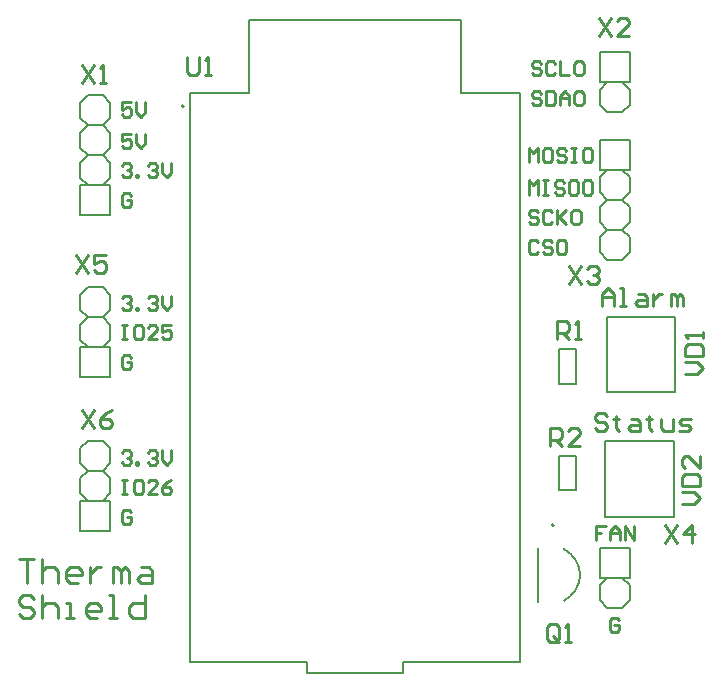
<source format=gbr>
G04*
G04 #@! TF.GenerationSoftware,Altium Limited,Altium Designer,22.4.2 (48)*
G04*
G04 Layer_Color=65535*
%FSLAX44Y44*%
%MOMM*%
G71*
G04*
G04 #@! TF.SameCoordinates,401EAB3C-69B4-4000-897E-A26D65C5C49B*
G04*
G04*
G04 #@! TF.FilePolarity,Positive*
G04*
G01*
G75*
%ADD10C,0.2000*%
%ADD11C,0.1270*%
%ADD12C,0.1520*%
%ADD13C,0.1524*%
%ADD14C,0.2540*%
D10*
X155300Y499700D02*
G03*
X155300Y499700I-1000J0D01*
G01*
X468360Y144760D02*
G03*
X468360Y144760I-1000J0D01*
G01*
X67300Y490090D02*
X73650Y483740D01*
X67300Y490090D02*
Y502790D01*
X73650Y509140D01*
X86350D01*
X92700Y502790D01*
Y490090D02*
Y502790D01*
X86350Y483740D02*
X92700Y490090D01*
X67300Y464690D02*
X73650Y458340D01*
X67300Y464690D02*
Y477390D01*
X73650Y483740D01*
X86350D01*
X92700Y477390D01*
Y464690D02*
Y477390D01*
X86350Y458340D02*
X92700Y464690D01*
Y407540D02*
Y432940D01*
X86350D02*
X92700Y439290D01*
Y451990D01*
X86350Y458340D02*
X92700Y451990D01*
X73650Y458340D02*
X86350D01*
X67300Y451990D02*
X73650Y458340D01*
X67300Y439290D02*
Y451990D01*
Y439290D02*
X73650Y432940D01*
X67300Y407540D02*
X92700D01*
X67300Y432940D02*
X92700D01*
X67300Y407540D02*
Y432940D01*
Y270240D02*
Y295640D01*
X92700D01*
X67300Y270240D02*
X92700D01*
X67300Y301990D02*
X73650Y295640D01*
X67300Y301990D02*
Y314690D01*
X73650Y321040D01*
X86350D01*
X92700Y314690D01*
Y301990D02*
Y314690D01*
X86350Y295640D02*
X92700Y301990D01*
Y270240D02*
Y295640D01*
X86350Y321040D02*
X92700Y327390D01*
Y340090D01*
X86350Y346440D02*
X92700Y340090D01*
X73650Y346440D02*
X86350D01*
X67300Y340090D02*
X73650Y346440D01*
X67300Y327390D02*
Y340090D01*
Y327390D02*
X73650Y321040D01*
X67300Y140240D02*
Y165640D01*
X92700D01*
X67300Y140240D02*
X92700D01*
X67300Y171990D02*
X73650Y165640D01*
X67300Y171990D02*
Y184690D01*
X73650Y191040D01*
X86350D01*
X92700Y184690D01*
Y171990D02*
Y184690D01*
X86350Y165640D02*
X92700Y171990D01*
Y140240D02*
Y165640D01*
X86350Y191040D02*
X92700Y197390D01*
Y210090D01*
X86350Y216440D02*
X92700Y210090D01*
X73650Y216440D02*
X86350D01*
X67300Y210090D02*
X73650Y216440D01*
X67300Y197390D02*
Y210090D01*
Y197390D02*
X73650Y191040D01*
X513000Y257560D02*
Y321560D01*
Y257560D02*
X571000D01*
Y321560D01*
X513000D02*
X571000D01*
X512000Y216150D02*
X570000D01*
Y152150D02*
Y216150D01*
X512000Y152150D02*
X570000D01*
X512000D02*
Y216150D01*
X507300Y520000D02*
Y545400D01*
Y513650D02*
X513650Y520000D01*
X507300Y500950D02*
Y513650D01*
Y500950D02*
X513650Y494600D01*
X526350D01*
X532700Y500950D01*
Y513650D01*
X526350Y520000D02*
X532700Y513650D01*
X507300Y545400D02*
X532700D01*
X507300Y520000D02*
X532700D01*
Y545400D01*
X526350Y394970D02*
X532700Y388620D01*
Y375920D02*
Y388620D01*
X526350Y369570D02*
X532700Y375920D01*
X513650Y369570D02*
X526350D01*
X507300Y375920D02*
X513650Y369570D01*
X507300Y375920D02*
Y388620D01*
X513650Y394970D01*
X526350Y420370D02*
X532700Y414020D01*
Y401320D02*
Y414020D01*
X526350Y394970D02*
X532700Y401320D01*
X513650Y394970D02*
X526350D01*
X507300Y401320D02*
X513650Y394970D01*
X507300Y401320D02*
Y414020D01*
X513650Y420370D01*
X507300Y445770D02*
Y471170D01*
Y439420D02*
X513650Y445770D01*
X507300Y426720D02*
Y439420D01*
Y426720D02*
X513650Y420370D01*
X526350D01*
X532700Y426720D01*
Y439420D01*
X526350Y445770D02*
X532700Y439420D01*
X507300Y471170D02*
X532700D01*
X507300Y445770D02*
X532700D01*
Y471170D01*
X507300Y100330D02*
Y125730D01*
Y93980D02*
X513650Y100330D01*
X507300Y81280D02*
Y93980D01*
Y81280D02*
X513650Y74930D01*
X526350D01*
X532700Y81280D01*
Y93980D01*
X526350Y100330D02*
X532700Y93980D01*
X507300Y125730D02*
X532700D01*
X507300Y100330D02*
X532700D01*
Y125730D01*
D11*
X490668Y102656D02*
G03*
X476850Y124770I-26061J-910D01*
G01*
Y80970D02*
G03*
X490668Y103084I-12242J23024D01*
G01*
X160500Y29000D02*
Y511000D01*
X439500Y29000D02*
Y511000D01*
X390000D02*
X439500D01*
X160500D02*
X210000D01*
Y573000D01*
X390000D01*
Y511000D02*
Y573000D01*
X160500Y29000D02*
X259300D01*
Y20000D02*
Y29000D01*
Y20000D02*
X340600D01*
Y29000D01*
X439500D01*
X454660Y79870D02*
Y125870D01*
D12*
X487458Y281278D02*
Y293967D01*
X472615D02*
X487458D01*
X472542Y293894D02*
X472615Y293967D01*
X472542Y264776D02*
Y277449D01*
Y264776D02*
X487458D01*
Y277523D01*
X472542Y174663D02*
Y187353D01*
Y174663D02*
X487385D01*
X487458Y174736D01*
Y191181D02*
Y203854D01*
X472542D02*
X487458D01*
X472542Y191108D02*
Y203854D01*
D13*
Y281204D02*
Y293894D01*
Y277449D02*
Y281204D01*
X487458Y277523D02*
Y281278D01*
Y174736D02*
Y187426D01*
Y191181D01*
X472542Y187353D02*
Y191108D01*
D14*
X15240Y116122D02*
X28569D01*
X21904D01*
Y96128D01*
X35234Y116122D02*
Y96128D01*
Y106125D01*
X38566Y109457D01*
X45230D01*
X48563Y106125D01*
Y96128D01*
X65224D02*
X58559D01*
X55227Y99460D01*
Y106125D01*
X58559Y109457D01*
X65224D01*
X68556Y106125D01*
Y102793D01*
X55227D01*
X75221Y109457D02*
Y96128D01*
Y102793D01*
X78553Y106125D01*
X81885Y109457D01*
X85218D01*
X95214Y96128D02*
Y109457D01*
X98546D01*
X101879Y106125D01*
Y96128D01*
Y106125D01*
X105211Y109457D01*
X108543Y106125D01*
Y96128D01*
X118540Y109457D02*
X125205D01*
X128537Y106125D01*
Y96128D01*
X118540D01*
X115208Y99460D01*
X118540Y102793D01*
X128537D01*
X28569Y82701D02*
X25237Y86034D01*
X18572D01*
X15240Y82701D01*
Y79369D01*
X18572Y76037D01*
X25237D01*
X28569Y72705D01*
Y69372D01*
X25237Y66040D01*
X18572D01*
X15240Y69372D01*
X35234Y86034D02*
Y66040D01*
Y76037D01*
X38566Y79369D01*
X45230D01*
X48563Y76037D01*
Y66040D01*
X55227D02*
X61892D01*
X58559D01*
Y79369D01*
X55227D01*
X81885Y66040D02*
X75221D01*
X71888Y69372D01*
Y76037D01*
X75221Y79369D01*
X81885D01*
X85217Y76037D01*
Y72705D01*
X71888D01*
X91882Y66040D02*
X98546D01*
X95214D01*
Y86034D01*
X91882D01*
X121872D02*
Y66040D01*
X111875D01*
X108543Y69372D01*
Y76037D01*
X111875Y79369D01*
X121872D01*
X457577Y535777D02*
X455578Y537776D01*
X451579D01*
X449580Y535777D01*
Y533777D01*
X451579Y531778D01*
X455578D01*
X457577Y529779D01*
Y527779D01*
X455578Y525780D01*
X451579D01*
X449580Y527779D01*
X469574Y535777D02*
X467574Y537776D01*
X463576D01*
X461576Y535777D01*
Y527779D01*
X463576Y525780D01*
X467574D01*
X469574Y527779D01*
X473572Y537776D02*
Y525780D01*
X481570D01*
X485568Y535777D02*
X487568Y537776D01*
X491566D01*
X493566Y535777D01*
Y527779D01*
X491566Y525780D01*
X487568D01*
X485568Y527779D01*
Y535777D01*
X523617Y64607D02*
X521618Y66606D01*
X517619D01*
X515620Y64607D01*
Y56609D01*
X517619Y54610D01*
X521618D01*
X523617Y56609D01*
Y60608D01*
X519619D01*
X512187Y144076D02*
X504190D01*
Y138078D01*
X508189D01*
X504190D01*
Y132080D01*
X516186D02*
Y140077D01*
X520185Y144076D01*
X524184Y140077D01*
Y132080D01*
Y138078D01*
X516186D01*
X528182Y132080D02*
Y144076D01*
X536180Y132080D01*
Y144076D01*
X457577Y510377D02*
X455578Y512376D01*
X451579D01*
X449580Y510377D01*
Y508377D01*
X451579Y506378D01*
X455578D01*
X457577Y504379D01*
Y502379D01*
X455578Y500380D01*
X451579D01*
X449580Y502379D01*
X461576Y512376D02*
Y500380D01*
X467574D01*
X469574Y502379D01*
Y510377D01*
X467574Y512376D01*
X461576D01*
X473572Y500380D02*
Y508377D01*
X477571Y512376D01*
X481570Y508377D01*
Y500380D01*
Y506378D01*
X473572D01*
X485568Y510377D02*
X487568Y512376D01*
X491566D01*
X493566Y510377D01*
Y502379D01*
X491566Y500380D01*
X487568D01*
X485568Y502379D01*
Y510377D01*
X455037Y384647D02*
X453038Y386646D01*
X449039D01*
X447040Y384647D01*
Y376649D01*
X449039Y374650D01*
X453038D01*
X455037Y376649D01*
X467034Y384647D02*
X465034Y386646D01*
X461035D01*
X459036Y384647D01*
Y382647D01*
X461035Y380648D01*
X465034D01*
X467034Y378649D01*
Y376649D01*
X465034Y374650D01*
X461035D01*
X459036Y376649D01*
X471032Y384647D02*
X473032Y386646D01*
X477030D01*
X479030Y384647D01*
Y376649D01*
X477030Y374650D01*
X473032D01*
X471032Y376649D01*
Y384647D01*
X455037Y410047D02*
X453038Y412046D01*
X449039D01*
X447040Y410047D01*
Y408047D01*
X449039Y406048D01*
X453038D01*
X455037Y404049D01*
Y402049D01*
X453038Y400050D01*
X449039D01*
X447040Y402049D01*
X467034Y410047D02*
X465034Y412046D01*
X461035D01*
X459036Y410047D01*
Y402049D01*
X461035Y400050D01*
X465034D01*
X467034Y402049D01*
X471032Y412046D02*
Y400050D01*
Y404049D01*
X479030Y412046D01*
X473032Y406048D01*
X479030Y400050D01*
X483028Y410047D02*
X485028Y412046D01*
X489026D01*
X491026Y410047D01*
Y402049D01*
X489026Y400050D01*
X485028D01*
X483028Y402049D01*
Y410047D01*
X447040Y424880D02*
Y436876D01*
X451039Y432877D01*
X455037Y436876D01*
Y424880D01*
X459036Y436876D02*
X463035D01*
X461035D01*
Y424880D01*
X459036D01*
X463035D01*
X477030Y434877D02*
X475031Y436876D01*
X471032D01*
X469033Y434877D01*
Y432877D01*
X471032Y430878D01*
X475031D01*
X477030Y428879D01*
Y426879D01*
X475031Y424880D01*
X471032D01*
X469033Y426879D01*
X487027Y436876D02*
X483028D01*
X481029Y434877D01*
Y426879D01*
X483028Y424880D01*
X487027D01*
X489026Y426879D01*
Y434877D01*
X487027Y436876D01*
X493025Y434877D02*
X495024Y436876D01*
X499023D01*
X501022Y434877D01*
Y426879D01*
X499023Y424880D01*
X495024D01*
X493025Y426879D01*
Y434877D01*
X447040Y452120D02*
Y464116D01*
X451039Y460117D01*
X455037Y464116D01*
Y452120D01*
X465034Y464116D02*
X461035D01*
X459036Y462117D01*
Y454119D01*
X461035Y452120D01*
X465034D01*
X467034Y454119D01*
Y462117D01*
X465034Y464116D01*
X479030Y462117D02*
X477030Y464116D01*
X473032D01*
X471032Y462117D01*
Y460117D01*
X473032Y458118D01*
X477030D01*
X479030Y456119D01*
Y454119D01*
X477030Y452120D01*
X473032D01*
X471032Y454119D01*
X483028Y464116D02*
X487027D01*
X485028D01*
Y452120D01*
X483028D01*
X487027D01*
X493025Y462117D02*
X495024Y464116D01*
X499023D01*
X501022Y462117D01*
Y454119D01*
X499023Y452120D01*
X495024D01*
X493025Y454119D01*
Y462117D01*
X110537Y502916D02*
X102540D01*
Y496918D01*
X106539Y498917D01*
X108538D01*
X110537Y496918D01*
Y492919D01*
X108538Y490920D01*
X104539D01*
X102540Y492919D01*
X114536Y502916D02*
Y494919D01*
X118535Y490920D01*
X122534Y494919D01*
Y502916D01*
X110537Y476246D02*
X102540D01*
Y470248D01*
X106539Y472247D01*
X108538D01*
X110537Y470248D01*
Y466249D01*
X108538Y464250D01*
X104539D01*
X102540Y466249D01*
X114536Y476246D02*
Y468249D01*
X118535Y464250D01*
X122534Y468249D01*
Y476246D01*
X102540Y449417D02*
X104539Y451416D01*
X108538D01*
X110537Y449417D01*
Y447417D01*
X108538Y445418D01*
X106539D01*
X108538D01*
X110537Y443419D01*
Y441419D01*
X108538Y439420D01*
X104539D01*
X102540Y441419D01*
X114536Y439420D02*
Y441419D01*
X116536D01*
Y439420D01*
X114536D01*
X124533Y449417D02*
X126532Y451416D01*
X130531D01*
X132530Y449417D01*
Y447417D01*
X130531Y445418D01*
X128532D01*
X130531D01*
X132530Y443419D01*
Y441419D01*
X130531Y439420D01*
X126532D01*
X124533Y441419D01*
X136529Y451416D02*
Y443419D01*
X140528Y439420D01*
X144526Y443419D01*
Y451416D01*
X110537Y424017D02*
X108538Y426016D01*
X104539D01*
X102540Y424017D01*
Y416019D01*
X104539Y414020D01*
X108538D01*
X110537Y416019D01*
Y420018D01*
X106539D01*
X110537Y286857D02*
X108538Y288856D01*
X104539D01*
X102540Y286857D01*
Y278859D01*
X104539Y276860D01*
X108538D01*
X110537Y278859D01*
Y282858D01*
X106539D01*
X102540Y314256D02*
X106539D01*
X104539D01*
Y302260D01*
X102540D01*
X106539D01*
X118535Y314256D02*
X114536D01*
X112537Y312257D01*
Y304259D01*
X114536Y302260D01*
X118535D01*
X120534Y304259D01*
Y312257D01*
X118535Y314256D01*
X132530Y302260D02*
X124533D01*
X132530Y310257D01*
Y312257D01*
X130531Y314256D01*
X126532D01*
X124533Y312257D01*
X144526Y314256D02*
X136529D01*
Y308258D01*
X140528Y310257D01*
X142527D01*
X144526Y308258D01*
Y304259D01*
X142527Y302260D01*
X138528D01*
X136529Y304259D01*
X102540Y337087D02*
X104539Y339086D01*
X108538D01*
X110537Y337087D01*
Y335087D01*
X108538Y333088D01*
X106539D01*
X108538D01*
X110537Y331089D01*
Y329089D01*
X108538Y327090D01*
X104539D01*
X102540Y329089D01*
X114536Y327090D02*
Y329089D01*
X116536D01*
Y327090D01*
X114536D01*
X124533Y337087D02*
X126532Y339086D01*
X130531D01*
X132530Y337087D01*
Y335087D01*
X130531Y333088D01*
X128532D01*
X130531D01*
X132530Y331089D01*
Y329089D01*
X130531Y327090D01*
X126532D01*
X124533Y329089D01*
X136529Y339086D02*
Y331089D01*
X140528Y327090D01*
X144526Y331089D01*
Y339086D01*
X102540Y206277D02*
X104539Y208276D01*
X108538D01*
X110537Y206277D01*
Y204277D01*
X108538Y202278D01*
X106539D01*
X108538D01*
X110537Y200279D01*
Y198279D01*
X108538Y196280D01*
X104539D01*
X102540Y198279D01*
X114536Y196280D02*
Y198279D01*
X116536D01*
Y196280D01*
X114536D01*
X124533Y206277D02*
X126532Y208276D01*
X130531D01*
X132530Y206277D01*
Y204277D01*
X130531Y202278D01*
X128532D01*
X130531D01*
X132530Y200279D01*
Y198279D01*
X130531Y196280D01*
X126532D01*
X124533Y198279D01*
X136529Y208276D02*
Y200279D01*
X140528Y196280D01*
X144526Y200279D01*
Y208276D01*
X102540Y183446D02*
X106539D01*
X104539D01*
Y171450D01*
X102540D01*
X106539D01*
X118535Y183446D02*
X114536D01*
X112537Y181447D01*
Y173449D01*
X114536Y171450D01*
X118535D01*
X120534Y173449D01*
Y181447D01*
X118535Y183446D01*
X132530Y171450D02*
X124533D01*
X132530Y179447D01*
Y181447D01*
X130531Y183446D01*
X126532D01*
X124533Y181447D01*
X144526Y183446D02*
X140528Y181447D01*
X136529Y177448D01*
Y173449D01*
X138528Y171450D01*
X142527D01*
X144526Y173449D01*
Y175449D01*
X142527Y177448D01*
X136529D01*
X110537Y156047D02*
X108538Y158046D01*
X104539D01*
X102540Y156047D01*
Y148049D01*
X104539Y146050D01*
X108538D01*
X110537Y148049D01*
Y152048D01*
X106539D01*
X513077Y237486D02*
X510537Y240025D01*
X505459D01*
X502920Y237486D01*
Y234947D01*
X505459Y232407D01*
X510537D01*
X513077Y229868D01*
Y227329D01*
X510537Y224790D01*
X505459D01*
X502920Y227329D01*
X520694Y237486D02*
Y234947D01*
X518155D01*
X523233D01*
X520694D01*
Y227329D01*
X523233Y224790D01*
X533390Y234947D02*
X538469D01*
X541008Y232407D01*
Y224790D01*
X533390D01*
X530851Y227329D01*
X533390Y229868D01*
X541008D01*
X548625Y237486D02*
Y234947D01*
X546086D01*
X551164D01*
X548625D01*
Y227329D01*
X551164Y224790D01*
X558782Y234947D02*
Y227329D01*
X561321Y224790D01*
X568939D01*
Y234947D01*
X574017Y224790D02*
X581634D01*
X584174Y227329D01*
X581634Y229868D01*
X576556D01*
X574017Y232407D01*
X576556Y234947D01*
X584174D01*
X509270Y330200D02*
Y340357D01*
X514348Y345435D01*
X519427Y340357D01*
Y330200D01*
Y337817D01*
X509270D01*
X524505Y330200D02*
X529583D01*
X527044D01*
Y345435D01*
X524505D01*
X539740Y340357D02*
X544818D01*
X547358Y337817D01*
Y330200D01*
X539740D01*
X537201Y332739D01*
X539740Y335278D01*
X547358D01*
X552436Y340357D02*
Y330200D01*
Y335278D01*
X554975Y337817D01*
X557514Y340357D01*
X560054D01*
X567671Y330200D02*
Y340357D01*
X570210D01*
X572749Y337817D01*
Y330200D01*
Y337817D01*
X575289Y340357D01*
X577828Y337817D01*
Y330200D01*
X68584Y242568D02*
X78741Y227332D01*
Y242568D02*
X68584Y227332D01*
X93976Y242568D02*
X88897Y240028D01*
X83819Y234950D01*
Y229872D01*
X86358Y227332D01*
X91437D01*
X93976Y229872D01*
Y232411D01*
X91437Y234950D01*
X83819D01*
X63504Y373377D02*
X73661Y358143D01*
Y373377D02*
X63504Y358143D01*
X88896Y373377D02*
X78739D01*
Y365760D01*
X83818Y368299D01*
X86357D01*
X88896Y365760D01*
Y360682D01*
X86357Y358143D01*
X81278D01*
X78739Y360682D01*
X562614Y144777D02*
X572771Y129543D01*
Y144777D02*
X562614Y129543D01*
X585467D02*
Y144777D01*
X577849Y137160D01*
X588006D01*
X481334Y364487D02*
X491491Y349253D01*
Y364487D02*
X481334Y349253D01*
X496569Y361948D02*
X499108Y364487D01*
X504187D01*
X506726Y361948D01*
Y359409D01*
X504187Y356870D01*
X501647D01*
X504187D01*
X506726Y354331D01*
Y351792D01*
X504187Y349253D01*
X499108D01*
X496569Y351792D01*
X506734Y574608D02*
X516891Y559372D01*
Y574608D02*
X506734Y559372D01*
X532126D02*
X521969D01*
X532126Y569529D01*
Y572068D01*
X529587Y574608D01*
X524508D01*
X521969Y572068D01*
X68583Y534668D02*
X78740Y519432D01*
Y534668D02*
X68583Y519432D01*
X83818D02*
X88897D01*
X86358D01*
Y534668D01*
X83818Y532128D01*
X576582Y162567D02*
X586739D01*
X591818Y167645D01*
X586739Y172723D01*
X576582D01*
Y177802D02*
X591818D01*
Y185419D01*
X589278Y187958D01*
X579122D01*
X576582Y185419D01*
Y177802D01*
X591818Y203193D02*
Y193037D01*
X581661Y203193D01*
X579122D01*
X576582Y200654D01*
Y195576D01*
X579122Y193037D01*
X579123Y273056D02*
X589279D01*
X594357Y278134D01*
X589279Y283213D01*
X579123D01*
Y288291D02*
X594357D01*
Y295908D01*
X591818Y298448D01*
X581662D01*
X579123Y295908D01*
Y288291D01*
X594357Y303526D02*
Y308604D01*
Y306065D01*
X579123D01*
X581662Y303526D01*
X157483Y541017D02*
Y528322D01*
X160023Y525783D01*
X165101D01*
X167640Y528322D01*
Y541017D01*
X172718Y525783D02*
X177797D01*
X175258D01*
Y541017D01*
X172718Y538478D01*
X464824Y212092D02*
Y227327D01*
X472442D01*
X474981Y224788D01*
Y219710D01*
X472442Y217171D01*
X464824D01*
X469902D02*
X474981Y212092D01*
X490216D02*
X480059D01*
X490216Y222249D01*
Y224788D01*
X487677Y227327D01*
X482598D01*
X480059Y224788D01*
X471173Y302262D02*
Y317498D01*
X478791D01*
X481330Y314958D01*
Y309880D01*
X478791Y307341D01*
X471173D01*
X476252D02*
X481330Y302262D01*
X486408D02*
X491487D01*
X488948D01*
Y317498D01*
X486408Y314958D01*
X472440Y48262D02*
Y58418D01*
X469901Y60957D01*
X464823D01*
X462283Y58418D01*
Y48262D01*
X464823Y45722D01*
X469901D01*
X467362Y50801D02*
X472440Y45722D01*
X469901D02*
X472440Y48262D01*
X477518Y45722D02*
X482597D01*
X480058D01*
Y60957D01*
X477518Y58418D01*
M02*

</source>
